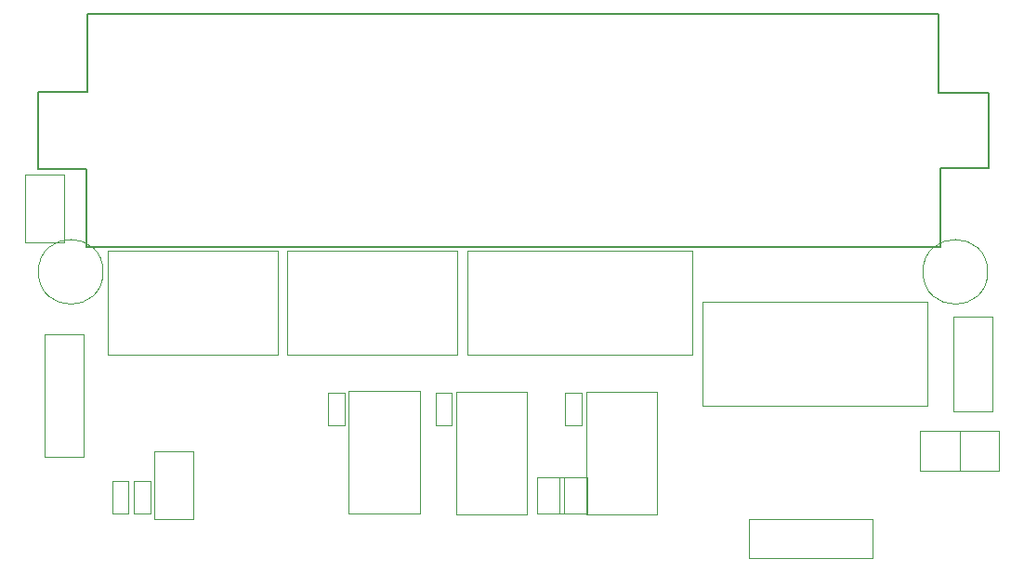
<source format=gbr>
G04 #@! TF.GenerationSoftware,KiCad,Pcbnew,5.1.9-73d0e3b20d~88~ubuntu18.04.1*
G04 #@! TF.CreationDate,2021-04-09T21:08:54+02:00*
G04 #@! TF.ProjectId,EcoApi_pcb,45636f41-7069-45f7-9063-622e6b696361,rev?*
G04 #@! TF.SameCoordinates,Original*
G04 #@! TF.FileFunction,Other,User*
%FSLAX46Y46*%
G04 Gerber Fmt 4.6, Leading zero omitted, Abs format (unit mm)*
G04 Created by KiCad (PCBNEW 5.1.9-73d0e3b20d~88~ubuntu18.04.1) date 2021-04-09 21:08:54*
%MOMM*%
%LPD*%
G01*
G04 APERTURE LIST*
%ADD10C,0.127000*%
%ADD11C,0.050000*%
G04 APERTURE END LIST*
D10*
G04 #@! TO.C,BT1*
X157400000Y-94500000D02*
X153000000Y-94500000D01*
X153000000Y-94500000D02*
X153000000Y-101700000D01*
X153000000Y-101700000D02*
X75200000Y-101700000D01*
X75200000Y-101700000D02*
X75200000Y-94600000D01*
X75200000Y-94600000D02*
X70800000Y-94600000D01*
X70800000Y-94600000D02*
X70800000Y-87600000D01*
X70800000Y-87600000D02*
X75300000Y-87600000D01*
X75300000Y-87600000D02*
X75300000Y-80500000D01*
X75300000Y-80500000D02*
X152900000Y-80500000D01*
X152900000Y-80500000D02*
X152900000Y-87700000D01*
X152900000Y-87700000D02*
X157400000Y-87700000D01*
X157400000Y-87700000D02*
X157400000Y-94500000D01*
D11*
G04 #@! TO.C,H4*
X157350000Y-104000000D02*
G75*
G03*
X157350000Y-104000000I-2950000J0D01*
G01*
G04 #@! TO.C,H2*
X76750000Y-104000000D02*
G75*
G03*
X76750000Y-104000000I-2950000J0D01*
G01*
G04 #@! TO.C,JP7*
X120850000Y-122700000D02*
X120850000Y-126000000D01*
X120850000Y-122700000D02*
X118350000Y-122700000D01*
X118350000Y-126000000D02*
X120850000Y-126000000D01*
X118350000Y-126000000D02*
X118350000Y-122700000D01*
G04 #@! TO.C,JP3*
X118750000Y-122700000D02*
X118750000Y-126000000D01*
X118750000Y-122700000D02*
X116250000Y-122700000D01*
X116250000Y-126000000D02*
X118750000Y-126000000D01*
X116250000Y-126000000D02*
X116250000Y-122700000D01*
G04 #@! TO.C,J16*
X75000000Y-109700000D02*
X71400000Y-109700000D01*
X75000000Y-120900000D02*
X75000000Y-109700000D01*
X71400000Y-120900000D02*
X75000000Y-120900000D01*
X71400000Y-109700000D02*
X71400000Y-120900000D01*
G04 #@! TO.C,S3*
X127250000Y-126100000D02*
X127250000Y-114950000D01*
X120750000Y-126100000D02*
X127250000Y-126100000D01*
X120750000Y-114950000D02*
X120750000Y-126100000D01*
X127250000Y-114950000D02*
X120750000Y-114950000D01*
G04 #@! TO.C,S2*
X105600000Y-126000000D02*
X105600000Y-114850000D01*
X99100000Y-126000000D02*
X105600000Y-126000000D01*
X99100000Y-114850000D02*
X99100000Y-126000000D01*
X105600000Y-114850000D02*
X99100000Y-114850000D01*
G04 #@! TO.C,S1*
X115400000Y-126100000D02*
X115400000Y-114950000D01*
X108900000Y-126100000D02*
X115400000Y-126100000D01*
X108900000Y-114950000D02*
X108900000Y-126100000D01*
X115400000Y-114950000D02*
X108900000Y-114950000D01*
G04 #@! TO.C,R15*
X120330000Y-115020000D02*
X120330000Y-117980000D01*
X118870000Y-115020000D02*
X120330000Y-115020000D01*
X118870000Y-117980000D02*
X118870000Y-115020000D01*
X120330000Y-117980000D02*
X118870000Y-117980000D01*
G04 #@! TO.C,R14*
X108530000Y-115020000D02*
X108530000Y-117980000D01*
X107070000Y-115020000D02*
X108530000Y-115020000D01*
X107070000Y-117980000D02*
X107070000Y-115020000D01*
X108530000Y-117980000D02*
X107070000Y-117980000D01*
G04 #@! TO.C,J15*
X85000000Y-120400000D02*
X81400000Y-120400000D01*
X85000000Y-126550000D02*
X85000000Y-120400000D01*
X81400000Y-126550000D02*
X85000000Y-126550000D01*
X81400000Y-120400000D02*
X81400000Y-126550000D01*
G04 #@! TO.C,J3*
X151850000Y-106750000D02*
X151850000Y-116250000D01*
X131350000Y-116250000D02*
X131350000Y-106750000D01*
X151850000Y-116250000D02*
X131350000Y-116250000D01*
X131350000Y-106750000D02*
X151850000Y-106750000D01*
G04 #@! TO.C,J6*
X146820000Y-130100000D02*
X135620000Y-130100000D01*
X146820000Y-126550000D02*
X146820000Y-130100000D01*
X135620000Y-126550000D02*
X146820000Y-126550000D01*
X135620000Y-130100000D02*
X135620000Y-126550000D01*
G04 #@! TO.C,R8*
X98730000Y-114995000D02*
X98730000Y-117955000D01*
X97270000Y-114995000D02*
X98730000Y-114995000D01*
X97270000Y-117955000D02*
X97270000Y-114995000D01*
X98730000Y-117955000D02*
X97270000Y-117955000D01*
G04 #@! TO.C,R2*
X81030000Y-123095000D02*
X81030000Y-126055000D01*
X79570000Y-123095000D02*
X81030000Y-123095000D01*
X79570000Y-126055000D02*
X79570000Y-123095000D01*
X81030000Y-126055000D02*
X79570000Y-126055000D01*
G04 #@! TO.C,R1*
X77570000Y-126055000D02*
X77570000Y-123095000D01*
X79030000Y-126055000D02*
X77570000Y-126055000D01*
X79030000Y-123095000D02*
X79030000Y-126055000D01*
X77570000Y-123095000D02*
X79030000Y-123095000D01*
G04 #@! TO.C,J14*
X154200000Y-116700000D02*
X157800000Y-116700000D01*
X154200000Y-108050000D02*
X154200000Y-116700000D01*
X157800000Y-108050000D02*
X154200000Y-108050000D01*
X157800000Y-116700000D02*
X157800000Y-108050000D01*
G04 #@! TO.C,J13*
X158400000Y-118500000D02*
X154800000Y-118500000D01*
X158400000Y-122100000D02*
X158400000Y-118500000D01*
X154800000Y-122100000D02*
X158400000Y-122100000D01*
X154800000Y-118500000D02*
X154800000Y-122100000D01*
G04 #@! TO.C,J12*
X154800000Y-118500000D02*
X151200000Y-118500000D01*
X154800000Y-122100000D02*
X154800000Y-118500000D01*
X151200000Y-122100000D02*
X154800000Y-122100000D01*
X151200000Y-118500000D02*
X151200000Y-122100000D01*
G04 #@! TO.C,J10*
X69600000Y-101300000D02*
X73200000Y-101300000D01*
X69600000Y-95150000D02*
X69600000Y-101300000D01*
X73200000Y-95150000D02*
X69600000Y-95150000D01*
X73200000Y-101300000D02*
X73200000Y-95150000D01*
G04 #@! TO.C,J5*
X93550000Y-102050000D02*
X109050000Y-102050000D01*
X109050000Y-111550000D02*
X93550000Y-111550000D01*
X93550000Y-111550000D02*
X93550000Y-102050000D01*
X109050000Y-102050000D02*
X109050000Y-111550000D01*
G04 #@! TO.C,J2*
X130450000Y-102050000D02*
X130450000Y-111550000D01*
X109950000Y-111550000D02*
X109950000Y-102050000D01*
X130450000Y-111550000D02*
X109950000Y-111550000D01*
X109950000Y-102050000D02*
X130450000Y-102050000D01*
G04 #@! TO.C,J1*
X77150000Y-102050000D02*
X92650000Y-102050000D01*
X92650000Y-111550000D02*
X77150000Y-111550000D01*
X77150000Y-111550000D02*
X77150000Y-102050000D01*
X92650000Y-102050000D02*
X92650000Y-111550000D01*
G04 #@! TD*
M02*

</source>
